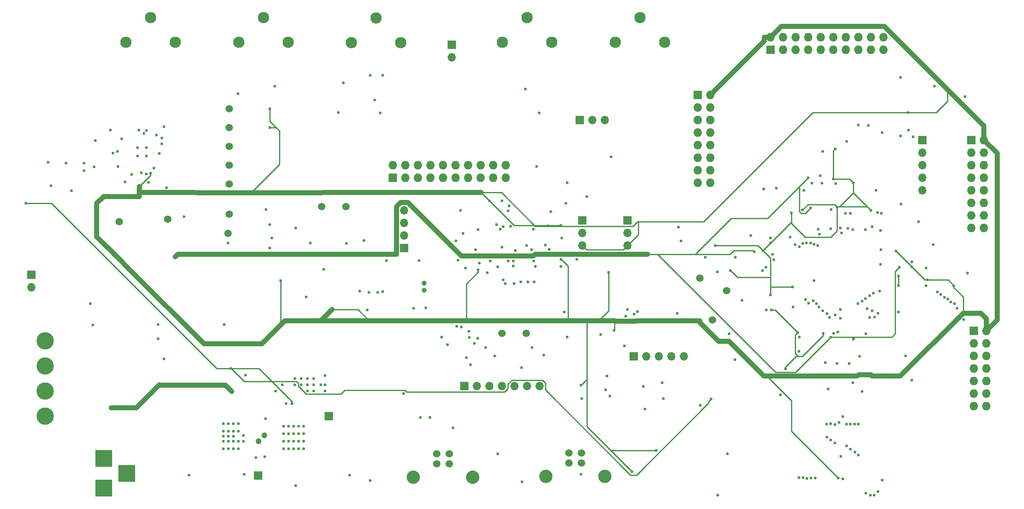
<source format=gbr>
G04 #@! TF.FileFunction,Copper,L3,Inr,Plane*
%FSLAX46Y46*%
G04 Gerber Fmt 4.6, Leading zero omitted, Abs format (unit mm)*
G04 Created by KiCad (PCBNEW 4.0.7-e2-6376~58~ubuntu16.04.1) date Sat Apr  6 13:35:55 2019*
%MOMM*%
%LPD*%
G01*
G04 APERTURE LIST*
%ADD10C,0.100000*%
%ADD11C,1.500000*%
%ADD12R,1.727200X1.727200*%
%ADD13O,1.727200X1.727200*%
%ADD14R,1.700000X1.700000*%
%ADD15O,1.700000X1.700000*%
%ADD16C,1.000000*%
%ADD17C,1.520000*%
%ADD18C,2.700000*%
%ADD19C,2.300000*%
%ADD20R,3.500000X3.500000*%
%ADD21C,3.500000*%
%ADD22C,0.600000*%
%ADD23C,1.200000*%
%ADD24C,0.250000*%
%ADD25C,1.000000*%
G04 APERTURE END LIST*
D10*
D11*
X94361000Y-97663000D03*
D12*
X204216000Y-60452000D03*
D13*
X204216000Y-57912000D03*
X206756000Y-60452000D03*
X206756000Y-57912000D03*
X209296000Y-60452000D03*
X209296000Y-57912000D03*
X211836000Y-60452000D03*
X211836000Y-57912000D03*
X214376000Y-60452000D03*
X214376000Y-57912000D03*
X216916000Y-60452000D03*
X216916000Y-57912000D03*
X219456000Y-60452000D03*
X219456000Y-57912000D03*
X221996000Y-60452000D03*
X221996000Y-57912000D03*
X224536000Y-60452000D03*
X224536000Y-57912000D03*
X227076000Y-60452000D03*
X227076000Y-57912000D03*
D12*
X189484000Y-69596000D03*
D13*
X192024000Y-69596000D03*
X189484000Y-72136000D03*
X192024000Y-72136000D03*
X189484000Y-74676000D03*
X192024000Y-74676000D03*
X189484000Y-77216000D03*
X192024000Y-77216000D03*
X189484000Y-79756000D03*
X192024000Y-79756000D03*
X189484000Y-82296000D03*
X192024000Y-82296000D03*
X189484000Y-84836000D03*
X192024000Y-84836000D03*
X189484000Y-87376000D03*
X192024000Y-87376000D03*
D14*
X166116000Y-94996000D03*
D15*
X166116000Y-97536000D03*
X166116000Y-100076000D03*
D14*
X175260000Y-94996000D03*
D15*
X175260000Y-97536000D03*
X175260000Y-100076000D03*
D14*
X130048000Y-100584000D03*
D15*
X130048000Y-98044000D03*
X130048000Y-95504000D03*
X130048000Y-92964000D03*
D16*
X134112000Y-107696000D03*
X134112000Y-109196000D03*
D12*
X127762000Y-86360000D03*
D13*
X127762000Y-83820000D03*
X130302000Y-86360000D03*
X130302000Y-83820000D03*
X132842000Y-86360000D03*
X132842000Y-83820000D03*
X135382000Y-86360000D03*
X135382000Y-83820000D03*
X137922000Y-86360000D03*
X137922000Y-83820000D03*
X140462000Y-86360000D03*
X140462000Y-83820000D03*
X143002000Y-86360000D03*
X143002000Y-83820000D03*
X145542000Y-86360000D03*
X145542000Y-83820000D03*
X148082000Y-86360000D03*
X148082000Y-83820000D03*
X150622000Y-86360000D03*
X150622000Y-83820000D03*
D17*
X136652000Y-142272000D03*
X139192000Y-142272000D03*
X139192000Y-144272000D03*
X136652000Y-144272000D03*
D18*
X131922000Y-146972000D03*
X143922000Y-146972000D03*
D14*
X142240000Y-128524000D03*
D15*
X144780000Y-128524000D03*
X147320000Y-128524000D03*
X149860000Y-128524000D03*
X152400000Y-128524000D03*
X154940000Y-128524000D03*
X157480000Y-128524000D03*
D14*
X165608000Y-74676000D03*
D15*
X168148000Y-74676000D03*
X170688000Y-74676000D03*
D11*
X149860000Y-117856000D03*
X154740000Y-117856000D03*
D12*
X245364000Y-117348000D03*
D13*
X247904000Y-117348000D03*
X245364000Y-119888000D03*
X247904000Y-119888000D03*
X245364000Y-122428000D03*
X247904000Y-122428000D03*
X245364000Y-124968000D03*
X247904000Y-124968000D03*
X245364000Y-127508000D03*
X247904000Y-127508000D03*
X245364000Y-130048000D03*
X247904000Y-130048000D03*
X245364000Y-132588000D03*
X247904000Y-132588000D03*
D17*
X163418000Y-142112000D03*
X165958000Y-142112000D03*
X165958000Y-144112000D03*
X163418000Y-144112000D03*
D18*
X158688000Y-146812000D03*
X170688000Y-146812000D03*
D14*
X139700000Y-59436000D03*
D15*
X139700000Y-61976000D03*
D19*
X154940000Y-53975000D03*
X159940000Y-58975000D03*
X149940000Y-58975000D03*
X177800000Y-53975000D03*
X182800000Y-58975000D03*
X172800000Y-58975000D03*
D11*
X195326000Y-109220000D03*
D19*
X124380000Y-54055000D03*
X129380000Y-59055000D03*
X119380000Y-59055000D03*
D11*
X192405000Y-115189000D03*
X189865000Y-106680000D03*
D12*
X244856000Y-78740000D03*
D13*
X247396000Y-78740000D03*
X244856000Y-81280000D03*
X247396000Y-81280000D03*
X244856000Y-83820000D03*
X247396000Y-83820000D03*
X244856000Y-86360000D03*
X247396000Y-86360000D03*
X244856000Y-88900000D03*
X247396000Y-88900000D03*
X244856000Y-91440000D03*
X247396000Y-91440000D03*
X244856000Y-93980000D03*
X247396000Y-93980000D03*
X244856000Y-96520000D03*
X247396000Y-96520000D03*
D14*
X100457000Y-146685000D03*
X114808000Y-134620000D03*
D20*
X69215000Y-143225000D03*
X69215000Y-149225000D03*
X73915000Y-146225000D03*
D21*
X57404000Y-134620000D03*
X57404000Y-129540000D03*
X57404000Y-124460000D03*
X57404000Y-119380000D03*
D14*
X54610000Y-106045000D03*
D15*
X54610000Y-108585000D03*
D11*
X113357000Y-92202000D03*
X118237000Y-92202000D03*
X94615000Y-83820000D03*
X94615000Y-80010000D03*
X82169000Y-94742000D03*
X94615000Y-72390000D03*
X94615000Y-76200000D03*
X72390000Y-95250000D03*
D19*
X78740000Y-53975000D03*
X83740000Y-58975000D03*
X73740000Y-58975000D03*
X101600000Y-53975000D03*
X106600000Y-58975000D03*
X96600000Y-58975000D03*
D11*
X94615000Y-87630000D03*
X94615000Y-93726000D03*
D14*
X234950000Y-78740000D03*
D15*
X234950000Y-81280000D03*
X234950000Y-83820000D03*
X234950000Y-86360000D03*
X234950000Y-88900000D03*
D14*
X176530000Y-122555000D03*
D15*
X179070000Y-122555000D03*
X181610000Y-122555000D03*
X184150000Y-122555000D03*
X186690000Y-122555000D03*
D22*
X76112500Y-81987500D03*
X77837500Y-81987500D03*
X77837500Y-80262500D03*
X76112500Y-80262500D03*
X140948771Y-103096502D03*
X102108000Y-92837000D03*
X110236000Y-110490000D03*
X223774000Y-112903000D03*
X225933000Y-113792002D03*
X66548000Y-111887000D03*
X102870000Y-100584000D03*
X206248000Y-130302000D03*
X178816000Y-133223000D03*
X182499000Y-131064000D03*
X178435000Y-128651000D03*
X214757000Y-81026000D03*
X219583000Y-78994000D03*
X80264000Y-116078000D03*
X80264000Y-118999000D03*
X195834000Y-117983000D03*
X81407000Y-123063000D03*
X104013000Y-129540000D03*
X111760000Y-129540000D03*
X110490000Y-129540000D03*
X105410000Y-128270000D03*
X107950000Y-128270000D03*
X107950000Y-127000000D03*
X111760000Y-127000000D03*
X110490000Y-127000000D03*
X109220000Y-127000000D03*
X109220000Y-128270000D03*
X110490000Y-128270000D03*
X111760000Y-128270000D03*
X113157000Y-128270000D03*
X114046000Y-129540000D03*
X114046000Y-128270000D03*
X113988010Y-126422990D03*
X58547000Y-88011000D03*
X62738000Y-89027000D03*
X153924000Y-147955000D03*
X167021000Y-90170000D03*
X171958000Y-82169000D03*
X123190000Y-147701000D03*
X129921000Y-130048000D03*
X139954000Y-137033000D03*
X171704000Y-130556000D03*
X165989000Y-131064000D03*
X165862000Y-146431000D03*
X189992000Y-132461000D03*
X182245000Y-127889000D03*
X162814000Y-91567000D03*
X163068000Y-87376000D03*
X142494000Y-104648000D03*
X147447000Y-103251000D03*
X97663000Y-146399000D03*
X101854000Y-142875000D03*
X108077000Y-148670000D03*
X86487000Y-146558000D03*
X141478000Y-92964000D03*
X153616330Y-107451999D03*
X148393989Y-122428000D03*
X158333000Y-122301000D03*
X148717000Y-95885000D03*
X156210000Y-96774000D03*
X161925000Y-98552000D03*
X149820000Y-91059000D03*
X161798000Y-104325999D03*
X185293000Y-113792000D03*
X174625000Y-120396000D03*
X169799000Y-118110000D03*
X193548000Y-150689979D03*
X218821000Y-147320000D03*
X210058000Y-118618000D03*
X217297000Y-114173000D03*
X217419417Y-87540999D03*
X214249000Y-85979000D03*
X133096000Y-103124000D03*
X131953000Y-112776000D03*
X93599000Y-116078000D03*
X103251000Y-98552000D03*
X102870000Y-95885000D03*
X118364000Y-99695000D03*
X108049559Y-96547441D03*
X111058942Y-99634058D03*
X57971564Y-83252436D03*
X154559000Y-68453000D03*
X157353000Y-73279000D03*
X72009000Y-81026000D03*
X70612000Y-76708000D03*
X81407000Y-76073000D03*
X79883000Y-77724000D03*
X123190000Y-65658996D03*
X125730000Y-65659000D03*
X80518000Y-81500010D03*
X65278000Y-83439000D03*
X61595000Y-83439000D03*
X81915000Y-88421615D03*
X79375000Y-84455000D03*
X219837000Y-96647000D03*
X226822000Y-77216000D03*
X237363000Y-67818000D03*
X243586000Y-69977000D03*
X203327000Y-113157000D03*
X208788000Y-112522000D03*
X226441000Y-103886000D03*
X226568000Y-100965000D03*
X226441000Y-97028000D03*
X224790000Y-96266000D03*
X212979000Y-107188000D03*
X204597000Y-101854000D03*
X204851000Y-102997000D03*
X213868000Y-96774000D03*
X218059000Y-135890000D03*
X209921010Y-121539000D03*
X218431859Y-142781857D03*
X220853000Y-127889000D03*
X198464575Y-111156324D03*
X193421000Y-105410000D03*
X244094000Y-105664000D03*
X215900000Y-129159000D03*
X67056000Y-116205000D03*
X205359000Y-88519000D03*
X202819000Y-88646000D03*
X212598000Y-87503000D03*
X214630000Y-87503000D03*
X237109000Y-99949000D03*
X220091000Y-123952000D03*
X217678000Y-123952000D03*
X191008000Y-102489000D03*
X197104000Y-102489000D03*
X210947000Y-88900000D03*
X215265000Y-123824996D03*
X222250000Y-122555000D03*
X234188000Y-95250000D03*
X235712000Y-104648000D03*
X235712000Y-108204000D03*
X225552000Y-88900000D03*
X200192000Y-98084000D03*
X148971000Y-104394000D03*
X156845000Y-84074000D03*
X151130000Y-103235010D03*
X155067000Y-107442000D03*
X150114000Y-107061000D03*
X102870000Y-76200000D03*
X102870000Y-72390000D03*
X99060705Y-89403590D03*
X196088000Y-105156000D03*
X208661000Y-108458000D03*
X217292493Y-80518000D03*
X171450000Y-105537000D03*
X232791000Y-104394000D03*
X232029000Y-73152000D03*
X193040006Y-100076000D03*
X181102000Y-141605000D03*
X176149000Y-145923000D03*
X146878051Y-105603051D03*
X165862000Y-128364000D03*
X161798000Y-102869990D03*
X145229918Y-103642000D03*
X145034000Y-105029000D03*
X127762000Y-89348999D03*
X195800261Y-119507000D03*
X159258000Y-96139000D03*
X161798000Y-96012000D03*
X70485000Y-100965000D03*
X74422000Y-104902000D03*
X147320000Y-91059000D03*
X172482000Y-117277000D03*
X189865000Y-115316000D03*
X169418000Y-115316000D03*
X163957000Y-115316000D03*
X217678000Y-92329000D03*
X216916000Y-86614000D03*
X105029000Y-107188000D03*
X104394000Y-116840000D03*
X69215000Y-90170000D03*
X78740000Y-85471000D03*
X204343000Y-113157000D03*
X232790990Y-103378011D03*
X229616000Y-101219000D03*
X209679551Y-117731551D03*
X235975990Y-107061009D03*
X230124000Y-106289010D03*
X223452021Y-117983000D03*
X210643978Y-92938487D03*
X204216000Y-110071010D03*
X217932000Y-147193000D03*
X202565000Y-105156000D03*
X221742000Y-126545011D03*
X218440000Y-126545011D03*
X215646000Y-126545011D03*
X217001000Y-117856000D03*
X224790000Y-126545011D03*
X218821000Y-134747000D03*
X206121000Y-126545011D03*
X72009000Y-102489000D03*
X208407000Y-93472000D03*
X216376000Y-96742000D03*
X207264000Y-125095000D03*
X214884000Y-117856000D03*
X241300000Y-108204000D03*
X230124000Y-108204010D03*
X220980000Y-87376000D03*
X224536000Y-92964000D03*
X202692000Y-101092000D03*
X204216000Y-99568000D03*
X150495000Y-107823000D03*
X159766000Y-93217996D03*
X95123000Y-129667000D03*
X70739000Y-132969000D03*
X192151000Y-131191000D03*
X107315000Y-132080000D03*
X97917000Y-126365000D03*
X106172000Y-132080000D03*
X94996000Y-124968000D03*
X53467000Y-91567000D03*
X126492000Y-103124000D03*
X216451021Y-92837000D03*
X220914647Y-119060647D03*
X230251000Y-104521000D03*
X212344000Y-92455994D03*
X86360000Y-101863999D03*
X84963000Y-101863999D03*
X83693000Y-102362000D03*
X200914000Y-101346000D03*
X216408000Y-118618000D03*
X203276999Y-104470999D03*
X211836000Y-86360000D03*
X81026000Y-79502000D03*
X103886000Y-67818000D03*
X67564000Y-78867000D03*
X67292009Y-84201000D03*
X81025994Y-78359000D03*
X96393000Y-69342000D03*
X76327000Y-76708000D03*
X116713000Y-73152000D03*
X77326667Y-77444781D03*
X125222000Y-73279000D03*
X72898000Y-78486000D03*
X71120000Y-81407000D03*
X152273000Y-107823000D03*
X153797000Y-124841000D03*
X146558000Y-120777000D03*
X100076000Y-143002000D03*
X101981000Y-135128000D03*
X138811000Y-120142000D03*
X134409345Y-112688655D03*
X185547000Y-96393002D03*
X186055000Y-99187000D03*
X152146000Y-104267000D03*
X144907000Y-118872000D03*
X156317012Y-107442000D03*
X162441501Y-113546501D03*
X163068000Y-118618000D03*
X156591000Y-104325999D03*
X158623000Y-100045000D03*
X196977000Y-123190000D03*
X154813004Y-100076000D03*
X155956000Y-120786990D03*
X122936000Y-109591001D03*
X125669051Y-109407949D03*
X72136000Y-84074008D03*
X65278000Y-84963000D03*
X137671129Y-118632416D03*
X122555000Y-113175870D03*
X121031000Y-109347000D03*
X124714000Y-109591000D03*
X225298000Y-114554000D03*
X231521000Y-122428000D03*
X224282000Y-114681006D03*
X232791000Y-127381000D03*
X144526000Y-100965000D03*
X149860000Y-100457000D03*
X140538108Y-99196990D03*
X141986000Y-97663000D03*
X144980250Y-96902771D03*
X113792000Y-104902000D03*
X94361000Y-99568000D03*
X226641169Y-93614268D03*
X151257000Y-92075000D03*
X151130000Y-93091000D03*
X225858036Y-93450851D03*
X204216000Y-98552000D03*
X209169000Y-99949000D03*
X210058000Y-100330000D03*
X210693000Y-99695000D03*
X211482117Y-99563481D03*
X212282104Y-99568400D03*
X213033877Y-99841969D03*
X213793364Y-100093330D03*
X214122000Y-97790000D03*
X218313000Y-96520000D03*
X218567000Y-97536000D03*
X219329000Y-93589000D03*
X220345000Y-93599000D03*
X220853000Y-96901000D03*
X143256000Y-118745000D03*
X118999000Y-146558000D03*
X142621000Y-122809000D03*
X152527000Y-101092000D03*
X148971000Y-142240000D03*
X143510000Y-124206000D03*
X144272000Y-119888000D03*
X152146000Y-103251000D03*
X156226163Y-103233199D03*
X174879000Y-114427000D03*
X143129000Y-117475000D03*
X151577058Y-96199942D03*
X135255000Y-134874000D03*
X133350000Y-134874000D03*
X208151321Y-98426679D03*
X195453000Y-142239996D03*
X233045000Y-78105000D03*
X224028000Y-75819000D03*
X221996000Y-75692000D03*
X77841594Y-76832515D03*
X117729000Y-67192999D03*
X124079000Y-70612000D03*
X77851000Y-85598000D03*
X85471000Y-94234000D03*
X76871948Y-85375846D03*
X78321894Y-87298023D03*
X73532994Y-87249000D03*
X74930000Y-85725000D03*
X175260000Y-113030004D03*
X164972295Y-102863999D03*
X176623781Y-113970004D03*
X155874283Y-100943011D03*
X177255907Y-113479662D03*
X159385000Y-100838000D03*
X150114000Y-96266000D03*
X141605000Y-116586000D03*
X140722215Y-116465215D03*
X149479000Y-96774000D03*
X97536000Y-139700000D03*
X97536000Y-138525000D03*
X95504000Y-138684000D03*
X94488000Y-138684000D03*
X93472000Y-138684000D03*
X105664000Y-141224000D03*
X106680000Y-141224000D03*
X107696000Y-141224000D03*
X108712000Y-141224000D03*
X109728000Y-141224000D03*
X109728000Y-139700000D03*
X108712000Y-139700000D03*
X107696000Y-139700000D03*
X106680000Y-139700000D03*
X105664000Y-139700000D03*
X105664000Y-138176000D03*
X106680000Y-138176000D03*
X107696000Y-138176000D03*
X108712000Y-138176000D03*
X109728000Y-138176000D03*
X109728000Y-136652000D03*
X108712000Y-136652000D03*
X107696000Y-136652000D03*
X106680000Y-136652000D03*
X105664000Y-136652000D03*
X93472000Y-141224000D03*
X94488000Y-141224000D03*
X95504000Y-141224000D03*
X96520000Y-141224000D03*
X96520000Y-139700000D03*
X95504000Y-139700000D03*
X94488000Y-139700000D03*
X93472000Y-139700000D03*
X96520000Y-137668000D03*
X95504000Y-137668000D03*
X94488000Y-137668000D03*
X93472000Y-137668000D03*
X96520000Y-136144000D03*
X95504000Y-136144000D03*
X94488000Y-136144000D03*
X93472000Y-136144000D03*
D23*
X100552000Y-139700000D03*
X101727000Y-138525000D03*
D22*
X230632000Y-91750002D03*
X170815000Y-129286000D03*
X171069000Y-126492000D03*
X223393000Y-96901000D03*
X232156000Y-76708000D03*
X230505000Y-77926000D03*
X230505000Y-66040000D03*
X218313000Y-113029986D03*
X222758000Y-129667000D03*
X224406041Y-150689979D03*
X211328000Y-110998000D03*
X223520000Y-150239968D03*
X211930974Y-111797503D03*
X212852000Y-111252000D03*
X226822000Y-147574000D03*
X225933000Y-149860000D03*
X213487000Y-111887000D03*
X225206048Y-150687291D03*
X213995000Y-112522000D03*
X214757000Y-113284000D03*
X213233000Y-147193006D03*
X215646000Y-113919000D03*
X212433001Y-147188417D03*
X216154000Y-114681000D03*
X211546513Y-147256493D03*
X210772625Y-147053721D03*
X217800559Y-117597559D03*
X209931000Y-147066000D03*
X218313000Y-114808000D03*
X230068001Y-113528000D03*
X243305768Y-115105446D03*
X224790000Y-113284000D03*
X241935000Y-112776000D03*
X221869000Y-111887000D03*
X241409961Y-111873286D03*
X240688200Y-111528228D03*
X222752998Y-111351001D03*
X223393000Y-110870979D03*
X240110543Y-110974771D03*
X224282000Y-110245990D03*
X239395000Y-110617000D03*
X225044000Y-109728000D03*
X238633000Y-109982000D03*
X226314000Y-109345968D03*
X237998000Y-109474000D03*
X215519000Y-136271000D03*
X215646000Y-138859003D03*
X216408000Y-136144000D03*
X216408000Y-139436000D03*
X217192466Y-136300893D03*
X217189999Y-140061001D03*
X219583000Y-136271000D03*
X219583000Y-140686001D03*
X220383003Y-136271000D03*
X220345000Y-141311001D03*
X221183006Y-136271000D03*
X221286764Y-141936001D03*
X221996000Y-142560990D03*
X221996000Y-136271000D03*
X121920000Y-99060000D03*
D24*
X102870000Y-74930000D02*
X104140000Y-76200000D01*
X104140000Y-76200000D02*
X104775000Y-76835000D01*
X102870000Y-76200000D02*
X104140000Y-76200000D01*
X104775000Y-76835000D02*
X104775000Y-83689295D01*
X104775000Y-83689295D02*
X102870000Y-85594295D01*
X102870000Y-72390000D02*
X102870000Y-74930000D01*
X102870000Y-85594295D02*
X99060705Y-89403590D01*
D25*
X127762000Y-89348999D02*
X99060705Y-89403590D01*
X99060705Y-89403590D02*
X76699999Y-89348999D01*
X202946000Y-58674000D02*
X192024000Y-69596000D01*
X202946000Y-58674000D02*
X202946000Y-57960686D01*
D24*
X202946000Y-57960686D02*
X202994686Y-57912000D01*
D25*
X202994686Y-57912000D02*
X204216000Y-57912000D01*
D24*
X197485000Y-106553000D02*
X196387999Y-105455999D01*
X204216000Y-106553000D02*
X197485000Y-106553000D01*
X196387999Y-105455999D02*
X196088000Y-105156000D01*
D25*
X221742000Y-126545011D02*
X222041999Y-126245012D01*
X222041999Y-126245012D02*
X224490001Y-126245012D01*
X224490001Y-126245012D02*
X224790000Y-126545011D01*
D24*
X204216000Y-108458000D02*
X208661000Y-108458000D01*
X216916000Y-80899000D02*
X217292493Y-80522507D01*
X217292493Y-80522507D02*
X217292493Y-80518000D01*
X216916000Y-86614000D02*
X216916000Y-80899000D01*
X208407000Y-95631000D02*
X208407000Y-93472000D01*
X211191001Y-98415001D02*
X208407000Y-95631000D01*
X217678000Y-92329000D02*
X217678000Y-97133696D01*
X217678000Y-97133696D02*
X216396695Y-98415001D01*
X216396695Y-98415001D02*
X211191001Y-98415001D01*
X232029000Y-73152000D02*
X212725000Y-73152000D01*
X212725000Y-73152000D02*
X190625325Y-95251675D01*
X166116000Y-100076000D02*
X166965999Y-100925999D01*
X166965999Y-100925999D02*
X174410001Y-100925999D01*
X174410001Y-100925999D02*
X175260000Y-100076000D01*
X177419000Y-97917000D02*
X175260000Y-100076000D01*
X171450000Y-105537000D02*
X171450000Y-113284000D01*
X171450000Y-113284000D02*
X169418000Y-115316000D01*
X240030000Y-68551870D02*
X240030000Y-70866000D01*
X240030000Y-70866000D02*
X237744000Y-73152000D01*
X237744000Y-73152000D02*
X232029000Y-73152000D01*
X235458009Y-107061009D02*
X232791000Y-104394000D01*
X232791000Y-104394000D02*
X229915999Y-101518999D01*
X204216000Y-106553000D02*
X204216000Y-108458000D01*
X204216000Y-102616000D02*
X204216000Y-106553000D01*
X201676000Y-100076000D02*
X193464270Y-100076000D01*
X202692000Y-101092000D02*
X201676000Y-100076000D01*
X193464270Y-100076000D02*
X193040006Y-100076000D01*
X177419000Y-95251675D02*
X177289327Y-95251675D01*
X190625325Y-95251675D02*
X177419000Y-95251675D01*
X177419000Y-95251675D02*
X177419000Y-97917000D01*
D25*
X113157000Y-115316000D02*
X142621000Y-115316000D01*
X142621000Y-115316000D02*
X163195000Y-115316000D01*
D24*
X145034000Y-105029000D02*
X145034000Y-105453264D01*
X145034000Y-105453264D02*
X142621000Y-107866264D01*
X142621000Y-107866264D02*
X142621000Y-115316000D01*
X177289327Y-95251675D02*
X176370001Y-96171001D01*
X176370001Y-96171001D02*
X156532003Y-96171001D01*
X156532003Y-96171001D02*
X149710001Y-89348999D01*
X149710001Y-89348999D02*
X145609999Y-89348999D01*
X217932000Y-147193000D02*
X208407000Y-137668000D01*
X208407000Y-137668000D02*
X208407000Y-131535998D01*
X203416013Y-126545011D02*
X202838272Y-126545011D01*
X208407000Y-131535998D02*
X203416013Y-126545011D01*
X240157009Y-107061009D02*
X236400254Y-107061009D01*
X236400254Y-107061009D02*
X235975990Y-107061009D01*
X241300000Y-108204000D02*
X240157009Y-107061009D01*
X171831000Y-141605000D02*
X176149000Y-145923000D01*
X167005000Y-136779000D02*
X171831000Y-141605000D01*
X171831000Y-141605000D02*
X181102000Y-141605000D01*
X167005000Y-115316000D02*
X167005000Y-136779000D01*
D25*
X189865000Y-115316000D02*
X189865000Y-115697000D01*
X189865000Y-115697000D02*
X193675000Y-119507000D01*
X193675000Y-119507000D02*
X195800261Y-119507000D01*
X167005000Y-115316000D02*
X169418000Y-115316000D01*
X163957000Y-115316000D02*
X167005000Y-115316000D01*
D24*
X167005000Y-115316000D02*
X167005000Y-127221000D01*
X167005000Y-127221000D02*
X165862000Y-128364000D01*
X161373736Y-96012000D02*
X161798000Y-96012000D01*
X145609999Y-89348999D02*
X152273000Y-96012000D01*
X152273000Y-96012000D02*
X161373736Y-96012000D01*
X163195000Y-104266990D02*
X162097999Y-103169989D01*
X163195000Y-115316000D02*
X163195000Y-104266990D01*
X162097999Y-103169989D02*
X161798000Y-102869990D01*
D25*
X145609999Y-89348999D02*
X127762000Y-89348999D01*
X195800261Y-119507000D02*
X202838272Y-126545011D01*
X70485000Y-100965000D02*
X71709001Y-102189001D01*
X69850000Y-100330000D02*
X70485000Y-100965000D01*
X74422000Y-104902000D02*
X89535000Y-120015000D01*
X72009000Y-102489000D02*
X74422000Y-104902000D01*
D24*
X71709001Y-102189001D02*
X72009000Y-102489000D01*
X147320000Y-91059000D02*
X145609999Y-89348999D01*
D25*
X176926999Y-115427001D02*
X177038000Y-115316000D01*
X172593000Y-115316000D02*
X172704001Y-115427001D01*
X172704001Y-115427001D02*
X176926999Y-115427001D01*
X163195000Y-115316000D02*
X163957000Y-115316000D01*
D24*
X172593000Y-117094000D02*
X172482000Y-117205000D01*
X172482000Y-117205000D02*
X172482000Y-117277000D01*
D25*
X169418000Y-115316000D02*
X172593000Y-115316000D01*
D24*
X172593000Y-115316000D02*
X172593000Y-117094000D01*
D25*
X177038000Y-115316000D02*
X189865000Y-115316000D01*
D24*
X177038000Y-115316000D02*
X177292000Y-115570000D01*
X218102264Y-92202010D02*
X217804990Y-92202010D01*
X217124001Y-91775001D02*
X217378001Y-92029001D01*
X210643978Y-92938487D02*
X211807464Y-91775001D01*
X211807464Y-91775001D02*
X217124001Y-91775001D01*
X223774010Y-92202010D02*
X218102264Y-92202010D01*
X217804990Y-92202010D02*
X217678000Y-92329000D01*
X218185990Y-92202010D02*
X218102264Y-92202010D01*
X217378001Y-92029001D02*
X217678000Y-92329000D01*
X224536000Y-92964000D02*
X223774010Y-92202010D01*
X220980000Y-89408000D02*
X218185990Y-92202010D01*
X204343000Y-113157000D02*
X205105000Y-113157000D01*
X205105000Y-113157000D02*
X209679551Y-117731551D01*
X217340264Y-86614000D02*
X216916000Y-86614000D01*
X220218000Y-86614000D02*
X217340264Y-86614000D01*
X220980000Y-87376000D02*
X220218000Y-86614000D01*
D25*
X104394000Y-116840000D02*
X105156000Y-116078000D01*
X105156000Y-116078000D02*
X105918000Y-115316000D01*
D24*
X105029000Y-107188000D02*
X105029000Y-115951000D01*
X105029000Y-115951000D02*
X105156000Y-116078000D01*
D25*
X101219000Y-120015000D02*
X104394000Y-116840000D01*
X76454000Y-90170000D02*
X76454000Y-88181264D01*
D24*
X76454000Y-88181264D02*
X78740000Y-85895264D01*
X78740000Y-85895264D02*
X78740000Y-85471000D01*
D25*
X69215000Y-90170000D02*
X76454000Y-90170000D01*
X67818000Y-91567000D02*
X69215000Y-90170000D01*
X72009000Y-102489000D02*
X67818000Y-98298000D01*
X67818000Y-98298000D02*
X67818000Y-91567000D01*
X247396000Y-75917870D02*
X240030000Y-68551870D01*
X240030000Y-68551870D02*
X227231130Y-55753000D01*
D24*
X229915999Y-101518999D02*
X229616000Y-101219000D01*
X235975990Y-107061009D02*
X235458009Y-107061009D01*
X208407000Y-93472000D02*
X208407000Y-95377000D01*
X208407000Y-95377000D02*
X204216000Y-99568000D01*
X204216000Y-99568000D02*
X202692000Y-101092000D01*
X204216000Y-108458000D02*
X204216000Y-109646746D01*
X210609264Y-122555000D02*
X214884000Y-118280264D01*
X209178998Y-118232104D02*
X209379552Y-118031550D01*
X209379736Y-122555000D02*
X209804000Y-122555000D01*
X209379552Y-118031550D02*
X209679551Y-117731551D01*
X210058000Y-122555000D02*
X210609264Y-122555000D01*
X214884000Y-118280264D02*
X214884000Y-117856000D01*
X209178998Y-121929998D02*
X209178998Y-118232104D01*
X209804000Y-122555000D02*
X209178998Y-121929998D01*
X210058000Y-122555000D02*
X210348002Y-122555000D01*
X207264000Y-124670736D02*
X209379736Y-122555000D01*
X207264000Y-125095000D02*
X207264000Y-124670736D01*
X230124000Y-108204010D02*
X230124000Y-106289010D01*
X204216000Y-109646746D02*
X204216000Y-110071010D01*
X202692000Y-101092000D02*
X204216000Y-102616000D01*
D25*
X227231130Y-55753000D02*
X206375000Y-55753000D01*
X206375000Y-55753000D02*
X204216000Y-57912000D01*
X247396000Y-78740000D02*
X247396000Y-75917870D01*
X250063000Y-81407000D02*
X247396000Y-78740000D01*
X250063000Y-115189000D02*
X250063000Y-81407000D01*
X247904000Y-117348000D02*
X250063000Y-115189000D01*
X218440000Y-126545011D02*
X221742000Y-126545011D01*
X215646000Y-126545011D02*
X218440000Y-126545011D01*
X213741000Y-126545011D02*
X215646000Y-126545011D01*
X224790000Y-126545011D02*
X230451989Y-126545011D01*
X206121000Y-126545011D02*
X213741000Y-126545011D01*
X202838272Y-126545011D02*
X206121000Y-126545011D01*
D24*
X241300000Y-108204000D02*
X241300000Y-108628264D01*
X241300000Y-108628264D02*
X243205000Y-110533264D01*
X243205000Y-110533264D02*
X243205000Y-113792000D01*
D25*
X246761000Y-113792000D02*
X247904000Y-114935000D01*
X247904000Y-114935000D02*
X247904000Y-117348000D01*
X243205000Y-113792000D02*
X246761000Y-113792000D01*
X230451989Y-126545011D02*
X243205000Y-113792000D01*
D24*
X120777000Y-113157000D02*
X122936000Y-115316000D01*
X115443000Y-113030000D02*
X120650000Y-113030000D01*
X120650000Y-113030000D02*
X120777000Y-113157000D01*
D25*
X113157000Y-115316000D02*
X115443000Y-113030000D01*
X105918000Y-115316000D02*
X113157000Y-115316000D01*
X89535000Y-120015000D02*
X101219000Y-120015000D01*
D24*
X209804000Y-122555000D02*
X210058000Y-122555000D01*
X220980000Y-87376000D02*
X220980000Y-89408000D01*
X220980000Y-89408000D02*
X224536000Y-92964000D01*
D25*
X80645000Y-128397000D02*
X93853000Y-128397000D01*
X93853000Y-128397000D02*
X95123000Y-129667000D01*
D24*
X80518000Y-128270000D02*
X80645000Y-128397000D01*
D25*
X75819000Y-132969000D02*
X80518000Y-128270000D01*
X70739000Y-132969000D02*
X75819000Y-132969000D01*
D24*
X117973001Y-129422999D02*
X117230999Y-130165001D01*
X117230999Y-130165001D02*
X110189999Y-130165001D01*
X110189999Y-130165001D02*
X108575001Y-128550003D01*
X108575001Y-128550003D02*
X108575001Y-127969999D01*
X108575001Y-127969999D02*
X108230003Y-127625001D01*
X108230003Y-127625001D02*
X97653001Y-127625001D01*
X97653001Y-127625001D02*
X95295999Y-125267999D01*
X95295999Y-125267999D02*
X94996000Y-124968000D01*
X192151000Y-131191000D02*
X191652999Y-131689001D01*
X191652999Y-131689001D02*
X191652999Y-131979003D01*
X191652999Y-131979003D02*
X177084001Y-146548001D01*
X130221001Y-129422999D02*
X117973001Y-129422999D01*
X177084001Y-146548001D02*
X175848999Y-146548001D01*
X158655001Y-127959999D02*
X158044001Y-127348999D01*
X151035001Y-129088001D02*
X150375003Y-129747999D01*
X175848999Y-146548001D02*
X158655001Y-129354003D01*
X158655001Y-129354003D02*
X158655001Y-127959999D01*
X158044001Y-127348999D02*
X151835999Y-127348999D01*
X151835999Y-127348999D02*
X151035001Y-128149997D01*
X150375003Y-129747999D02*
X130546001Y-129747999D01*
X151035001Y-128149997D02*
X151035001Y-129088001D01*
X130546001Y-129747999D02*
X130221001Y-129422999D01*
X107315000Y-132080000D02*
X107315000Y-131655736D01*
X107315000Y-131655736D02*
X100627264Y-124968000D01*
X100627264Y-124968000D02*
X95420264Y-124968000D01*
X95420264Y-124968000D02*
X94996000Y-124968000D01*
X58674000Y-91567000D02*
X92075000Y-124968000D01*
X92075000Y-124968000D02*
X94996000Y-124968000D01*
X53467000Y-91567000D02*
X58674000Y-91567000D01*
X216408000Y-118618000D02*
X209305999Y-125720001D01*
X209305999Y-125720001D02*
X205222001Y-125720001D01*
X205222001Y-125720001D02*
X181365999Y-101863999D01*
X181365999Y-101863999D02*
X179324000Y-101863999D01*
D25*
X130792001Y-91413999D02*
X141613002Y-102235000D01*
X156166002Y-102235000D02*
X156537003Y-101863999D01*
X156537003Y-101863999D02*
X179324000Y-101863999D01*
X89154000Y-101863999D02*
X128497999Y-101863999D01*
X128497999Y-101863999D02*
X128497999Y-92219999D01*
X128497999Y-92219999D02*
X129303999Y-91413999D01*
X129303999Y-91413999D02*
X130792001Y-91413999D01*
X141613002Y-102235000D02*
X156166002Y-102235000D01*
D24*
X221107000Y-118618000D02*
X228727000Y-118618000D01*
X216408000Y-118618000D02*
X221107000Y-118618000D01*
X221107000Y-118618000D02*
X221107000Y-118868294D01*
X221107000Y-118868294D02*
X220914647Y-119060647D01*
X229951001Y-104820999D02*
X230251000Y-104521000D01*
X229443001Y-105328999D02*
X229951001Y-104820999D01*
X228727000Y-118618000D02*
X229443001Y-117901999D01*
X229443001Y-117901999D02*
X229443001Y-105328999D01*
X211236505Y-93563489D02*
X212044001Y-92755993D01*
X211836000Y-86360000D02*
X210018976Y-88177024D01*
X210018976Y-93238489D02*
X210343976Y-93563489D01*
X210343976Y-93563489D02*
X211236505Y-93563489D01*
X212044001Y-92755993D02*
X212344000Y-92455994D01*
X210018976Y-88177024D02*
X210018976Y-93238489D01*
D25*
X84963000Y-101863999D02*
X89154000Y-101863999D01*
D24*
X89154000Y-101863999D02*
X86360000Y-101863999D01*
D25*
X84191001Y-101863999D02*
X84963000Y-101863999D01*
D24*
X179324000Y-101863999D02*
X188976000Y-101863999D01*
X188976000Y-101863999D02*
X195951001Y-101863999D01*
X211836000Y-86360000D02*
X203590999Y-94605001D01*
X203590999Y-94605001D02*
X196234998Y-94605001D01*
X196234998Y-94605001D02*
X188976000Y-101863999D01*
X200787000Y-101092000D02*
X200914000Y-101219000D01*
X200914000Y-101219000D02*
X200914000Y-101346000D01*
X196723000Y-101092000D02*
X200787000Y-101092000D01*
X195951001Y-101863999D02*
X196723000Y-101092000D01*
D25*
X83693000Y-102362000D02*
X84191001Y-101863999D01*
M02*

</source>
